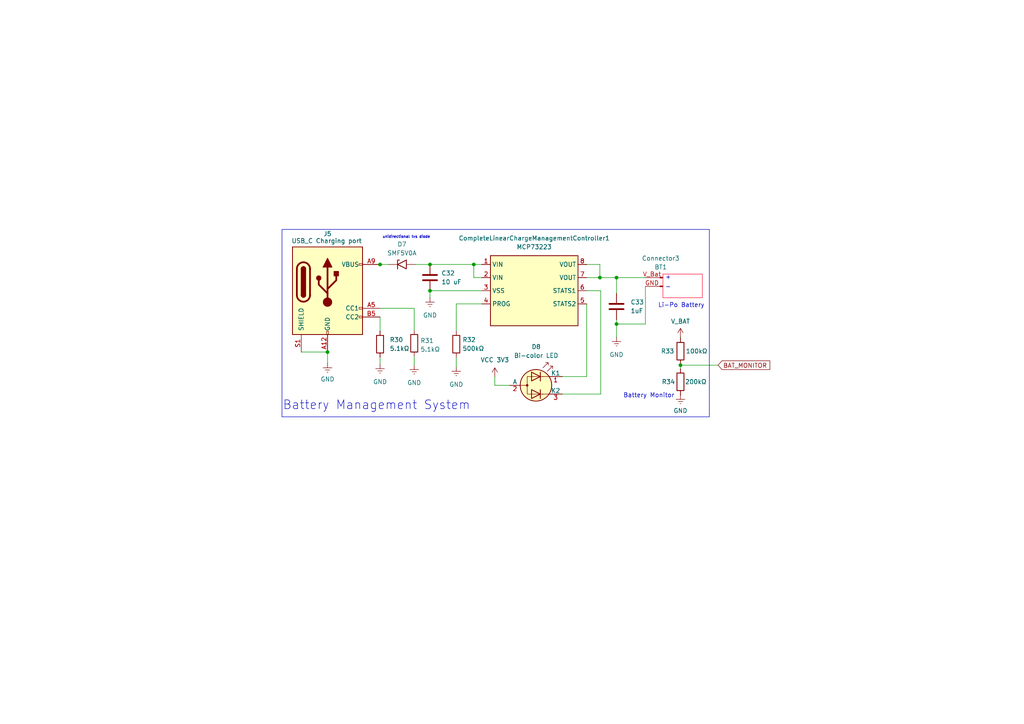
<source format=kicad_sch>
(kicad_sch (version 20250114) (generator "eeschema") (generator_version "9.0")
  (paper "A4")
  (lib_symbols
    (symbol "Battery_Management:LGS5500EP"
      (property "Reference" "CompleteLinearChargeManagementController:" (at 0 14.732 0))
      (property "Value" "MCP73223" (at 0 12.192 0))
      (symbol "LGS5500EP_1_1"
        (rectangle (start -12.7 10.16) (end 12.7 -10.16) (stroke (width 0.254)) (fill (type background)))
        (pin power_in line (at -15.24 7.62 0) (length 2.54) (name "VIN") (number "1"))
        (pin power_in line (at -15.24 3.81 0) (length 2.54) (name "VIN") (number "2"))
        (pin power_in line (at -15.24 0 0) (length 2.54) (name "VSS") (number "3"))
        (pin passive line (at -15.24 -3.81 0) (length 2.54) (name "PROG") (number "4"))
        (pin no_connect line (at -12.7 -2.54 0) (length 2.54) (hide yes) (name "NC") (number "6"))
        (pin power_out line (at 15.24 7.62 180) (length 2.54) (name "VOUT") (number "8"))
        (pin power_out line (at 15.24 3.81 180) (length 2.54) (name "VOUT") (number "7"))
        (pin output line (at 15.24 0 180) (length 2.54) (name "STATS1") (number "6"))
        (pin output line (at 15.24 -3.81 180) (length 2.54) (name "STATS2") (number "5"))
      )
    )
    (symbol "Connector:Conn_01x02_Pin" (pin_names (offset 1.016) (hide yes))
      (property "Reference" "Connector" (at 0.635 5.588 0))
      (property "Value" "BT1" (at 0.635 3.048 0))
      (symbol "Conn_01x02_Pin_1_1"
        (rectangle (start 0.8636 0.127) (end 0 -0.127) (stroke (width 0.1524)) (fill (type outline)))
        (rectangle (start 0.8636 -2.413) (end 0 -2.667) (stroke (width 0.1524)) (fill (type outline)))
        (polyline (pts (xy 1.27 0) (xy 0.8636 0)) (stroke (width 0.1524)))
        (polyline (pts (xy 1.27 -2.54) (xy 0.8636 -2.54)) (stroke (width 0.1524)))
        (pin passive line (at 5.08 0 180) (length 3.81) (name "Pin_1") (number "V_Bat"))
        (pin passive line (at 5.08 -2.54 180) (length 3.81) (name "Pin_2") (number "GND"))
      )
    )
    (symbol "Connector:USB_C_Receptacle_PowerOnly_6P" (pin_names (offset 1.016))
      (property "Reference" "J" (at 0 16.51 0))
      (property "Value" "USB_C_Receptacle_PowerOnly_6P" (at 0 13.97 0))
      (symbol "USB_C_Receptacle_PowerOnly_6P_0_0"
        (rectangle (start -0.254 -12.7) (end 0.254 -11.684))
        (rectangle (start 10.16 7.874) (end 9.144 7.366))
        (rectangle (start 10.16 -4.826) (end 9.144 -5.334))
        (rectangle (start 10.16 -7.366) (end 9.144 -7.874))
      )
      (symbol "USB_C_Receptacle_PowerOnly_6P_0_1"
        (rectangle (start -10.16 12.7) (end 10.16 -12.7) (stroke (width 0.254)) (fill (type background)))
        (polyline (pts (xy -8.89 -1.27) (xy -8.89 6.35)) (stroke (width 0.508)))
        (rectangle (start -7.62 -1.27) (end -6.35 6.35) (stroke (width 0.254)) (fill (type outline)))
        (arc (start -7.62 6.35) (mid -6.985 6.9823) (end -6.35 6.35) (stroke (width 0.254)))
        (arc (start -7.62 6.35) (mid -6.985 6.9823) (end -6.35 6.35) (stroke (width 0.254)) (fill (type outline)))
        (arc (start -8.89 6.35) (mid -6.985 8.2467) (end -5.08 6.35) (stroke (width 0.508)))
        (arc (start -5.08 -1.27) (mid -6.985 -3.1667) (end -8.89 -1.27) (stroke (width 0.508)))
        (arc (start -6.35 -1.27) (mid -6.985 -1.9023) (end -7.62 -1.27) (stroke (width 0.254)))
        (arc (start -6.35 -1.27) (mid -6.985 -1.9023) (end -7.62 -1.27) (stroke (width 0.254)) (fill (type outline)))
        (polyline (pts (xy -5.08 6.35) (xy -5.08 -1.27)) (stroke (width 0.508)))
        (circle (center -2.54 3.683) (radius 0.635) (stroke (width 0.254)) (fill (type outline)))
        (polyline (pts (xy -1.27 6.858) (xy 0 9.398) (xy 1.27 6.858) (xy -1.27 6.858)) (stroke (width 0.254)) (fill (type outline)))
        (polyline (pts (xy 0 0.508) (xy 2.54 3.048) (xy 2.54 4.318)) (stroke (width 0.508)))
        (polyline (pts (xy 0 -0.762) (xy -2.54 1.778) (xy -2.54 3.048)) (stroke (width 0.508)))
        (polyline (pts (xy 0 -3.302) (xy 0 6.858)) (stroke (width 0.508)))
        (circle (center 0 -3.302) (radius 1.27) (fill (type outline)))
        (rectangle (start 1.905 4.318) (end 3.175 5.588) (stroke (width 0.254)) (fill (type outline)))
      )
      (symbol "USB_C_Receptacle_PowerOnly_6P_1_1"
        (pin passive line (at -7.62 -17.78 90) (length 5.08) (name "SHIELD") (number "S1"))
        (pin passive line (at 0 -17.78 90) (length 5.08) (name "GND") (number "A12"))
        (pin passive line (at 0 -17.78 90) (length 5.08) (hide yes) (name "GND") (number "B12"))
        (pin passive line (at 15.24 7.62 180) (length 5.08) (name "VBUS") (number "A9"))
        (pin passive line (at 15.24 7.62 180) (length 5.08) (hide yes) (name "VBUS") (number "B9"))
        (pin bidirectional line (at 15.24 -5.08 180) (length 5.08) (name "CC1") (number "A5"))
        (pin bidirectional line (at 15.24 -7.62 180) (length 5.08) (name "CC2") (number "B5"))
      )
    )
    (symbol "Device:C" (pin_numbers (hide yes)) (pin_names (offset 0.254))
      (property "Reference" "C" (at 0.635 2.54 0))
      (property "Value" "C" (at 0.635 -2.54 0))
      (symbol "C_0_1"
        (polyline (pts (xy -2.032 0.762) (xy 2.032 0.762)) (stroke (width 0.508)))
        (polyline (pts (xy -2.032 -0.762) (xy 2.032 -0.762)) (stroke (width 0.508)))
      )
      (symbol "C_1_1"
        (pin passive line (at 0 3.81 270) (length 2.794) (name "~") (number "1"))
        (pin passive line (at 0 -3.81 90) (length 2.794) (name "~") (number "2"))
      )
    )
    (symbol "Device:LED_Dual_KAK" (pin_names (offset 0))
      (property "Reference" "D" (at 0 5.715 0))
      (property "Value" "LED_Dual_KAK" (at 0 -6.35 0))
      (symbol "LED_Dual_KAK_0_1"
        (polyline (pts (xy -4.572 0) (xy -2.54 0)))
        (circle (center -2.54 0) (radius 0.2794) (fill (type outline)))
        (polyline (pts (xy -1.27 3.81) (xy -1.27 1.27) (xy 1.27 2.54) (xy -1.27 3.81)) (stroke (width 0.254)))
        (polyline (pts (xy -1.27 -1.27) (xy -1.27 -3.81) (xy 1.27 -2.54) (xy -1.27 -1.27)) (stroke (width 0.254)))
        (circle (center 0 0) (radius 4.572) (stroke (width 0.254)) (fill (type background)))
        (polyline (pts (xy 1.27 3.81) (xy 1.27 1.27)) (stroke (width 0.254)))
        (polyline (pts (xy 1.27 -1.27) (xy 1.27 -3.81)) (stroke (width 0.254)))
        (polyline (pts (xy 2.032 5.08) (xy 3.556 6.604) (xy 2.794 6.604) (xy 3.556 6.604) (xy 3.556 5.842)))
        (polyline (pts (xy 2.032 2.54) (xy -2.54 2.54) (xy -2.54 -2.54) (xy 2.032 -2.54)))
        (polyline (pts (xy 3.302 4.064) (xy 4.826 5.588) (xy 4.064 5.588) (xy 4.826 5.588) (xy 4.826 4.826)))
        (polyline (pts (xy 3.81 2.54) (xy 1.905 2.54)))
        (polyline (pts (xy 3.81 -2.54) (xy 1.905 -2.54)))
      )
      (symbol "LED_Dual_KAK_1_1"
        (pin input line (at -7.62 0 0) (length 3.048) (name "A") (number "2"))
        (pin input line (at 7.62 2.54 180) (length 3.81) (name "K1") (number "1"))
        (pin input line (at 7.62 -2.54 180) (length 3.81) (name "K2") (number "3"))
      )
    )
    (symbol "Device:R" (pin_numbers (hide yes)) (pin_names (offset 0))
      (property "Reference" "R" (at 2.032 0 90))
      (property "Value" "R" (at 0 0 90))
      (symbol "R_0_1"
        (rectangle (start -1.016 -2.54) (end 1.016 2.54) (stroke (width 0.254)))
      )
      (symbol "R_1_1"
        (pin passive line (at 0 3.81 270) (length 1.27) (name "~") (number "1"))
        (pin passive line (at 0 -3.81 90) (length 1.27) (name "~") (number "2"))
      )
    )
    (symbol "Diode:SMF5V0A" (pin_numbers (hide yes)) (pin_names (offset 1.016) (hide yes))
      (property "Reference" "D" (at 0 2.54 0))
      (property "Value" "SMF5V0A" (at 0 -2.54 0))
      (symbol "SMF5V0A_0_1"
        (polyline (pts (xy -0.762 1.27) (xy -1.27 1.27) (xy -1.27 -1.27)) (stroke (width 0.254)))
        (polyline (pts (xy 1.27 1.27) (xy 1.27 -1.27) (xy -1.27 0) (xy 1.27 1.27)) (stroke (width 0.254)))
      )
      (symbol "SMF5V0A_1_1"
        (pin passive line (at -3.81 0 0) (length 2.54) (name "A1") (number "1"))
        (pin passive line (at 3.81 0 180) (length 2.54) (name "A2") (number "2"))
      )
    )
    (symbol "power:GNDREF" (power) (pin_numbers (hide yes)) (pin_names (offset 0) (hide yes))
      (property "Value" "GNDREF" (at 0 -3.81 0))
      (symbol "GNDREF_0_1"
        (polyline (pts (xy -0.635 -1.905) (xy 0.635 -1.905)))
        (polyline (pts (xy -0.127 -2.54) (xy 0.127 -2.54)))
        (polyline (pts (xy 0 -1.27) (xy 0 0)))
        (polyline (pts (xy 1.27 -1.27) (xy -1.27 -1.27)))
      )
      (symbol "GNDREF_1_1"
        (pin power_in line (at 0 0 270) (length 0) (name "~") (number "1"))
      )
    )
    (symbol "power:VCC" (power) (pin_numbers (hide yes)) (pin_names (offset 0) (hide yes))
      (property "Value" "VCC" (at 0 3.556 0))
      (symbol "VCC_0_1"
        (polyline (pts (xy -0.762 1.27) (xy 0 2.54)))
        (polyline (pts (xy 0 2.54) (xy 0.762 1.27)))
        (polyline (pts (xy 0 0) (xy 0 2.54)))
      )
      (symbol "VCC_1_1"
        (pin power_in line (at 0 0 90) (length 0) (name "~") (number "1"))
      )
    )
  )
  (rectangle (start 81.788 66.548) (end 205.74 120.904))
  (text "unidirectional tvs diode" (at 117.856 68.834 0) (effects (font (size 0.762 0.762))))
  (text "+" (at 193.802 80.518 0) (effects (font (size 1.27 1.27))))
  (text "Li-Po Battery\n" (at 197.612 88.646 0) (effects (font (size 1.27 1.27))))
  (text "-" (at 193.802 83.312 0) (effects (font (size 1.27 1.27))))
  (text "Battery Monitor" (at 188.214 114.808 0) (effects (font (size 1.27 1.27))))
  (text "Battery Management System" (at 109.22 117.602 0) (effects (font (size 2.54 2.54))))
  (text_box "" (at 192.278 79.502 0) (size 11.43 6.858) (margins 0.9525 0.9525 0.9525 0.9525) (stroke (width 0) (color 255 18 58 1)) (effects (font (size 1.27 1.27)) (justify left top)))
  (junction (at 178.816 80.518))
  (junction (at 137.414 76.708))
  (junction (at 173.99 80.518))
  (junction (at 124.714 76.708))
  (junction (at 94.996 102.108))
  (junction (at 110.236 76.708))
  (junction (at 197.358 105.918))
  (junction (at 178.816 93.98))
  (junction (at 124.714 84.328))
  (wire (pts (xy 132.334 88.138) (xy 132.334 96.012)))
  (wire (pts (xy 124.714 84.328) (xy 124.714 86.36)))
  (wire (pts (xy 197.358 105.918) (xy 197.358 106.934)))
  (wire (pts (xy 178.816 80.518) (xy 187.198 80.518)))
  (wire (pts (xy 110.236 91.948) (xy 110.236 96.012)))
  (wire (pts (xy 120.142 89.408) (xy 120.142 95.758)))
  (wire (pts (xy 143.51 109.22) (xy 143.51 111.76)))
  (wire (pts (xy 120.142 103.378) (xy 120.142 105.918)))
  (wire (pts (xy 109.982 76.708) (xy 110.236 76.708)))
  (wire (pts (xy 173.99 76.708) (xy 173.99 80.518)))
  (wire (pts (xy 132.334 103.632) (xy 132.334 106.426)))
  (wire (pts (xy 174.244 84.328) (xy 174.244 114.3)))
  (wire (pts (xy 187.198 83.058) (xy 187.198 93.98)))
  (wire (pts (xy 110.236 89.408) (xy 120.142 89.408)))
  (wire (pts (xy 173.99 80.518) (xy 178.816 80.518)))
  (wire (pts (xy 143.51 111.76) (xy 147.828 111.76)))
  (wire (pts (xy 137.414 80.518) (xy 137.414 76.708)))
  (wire (pts (xy 170.18 84.328) (xy 174.244 84.328)))
  (wire (pts (xy 170.18 76.708) (xy 173.99 76.708)))
  (wire (pts (xy 137.414 76.708) (xy 139.7 76.708)))
  (wire (pts (xy 178.816 92.71) (xy 178.816 93.98)))
  (wire (pts (xy 170.18 88.138) (xy 170.18 109.22)))
  (wire (pts (xy 124.714 84.328) (xy 139.7 84.328)))
  (wire (pts (xy 197.358 97.79) (xy 197.358 98.044)))
  (wire (pts (xy 124.714 76.454) (xy 124.714 76.708)))
  (wire (pts (xy 87.376 102.108) (xy 94.996 102.108)))
  (wire (pts (xy 110.236 76.708) (xy 112.776 76.708)))
  (wire (pts (xy 124.714 76.708) (xy 124.714 77.216)))
  (wire (pts (xy 208.28 105.918) (xy 197.358 105.918)))
  (wire (pts (xy 170.18 80.518) (xy 173.99 80.518)))
  (wire (pts (xy 139.7 88.138) (xy 132.334 88.138)))
  (wire (pts (xy 163.068 109.22) (xy 170.18 109.22)))
  (wire (pts (xy 163.068 114.3) (xy 174.244 114.3)))
  (wire (pts (xy 110.236 103.632) (xy 110.236 105.664)))
  (wire (pts (xy 178.816 93.98) (xy 178.816 97.79)))
  (wire (pts (xy 197.358 105.664) (xy 197.358 105.918)))
  (wire (pts (xy 94.996 102.108) (xy 94.996 105.41)))
  (wire (pts (xy 137.414 80.518) (xy 139.7 80.518)))
  (wire (pts (xy 120.396 76.708) (xy 124.714 76.708)))
  (wire (pts (xy 178.816 80.518) (xy 178.816 85.09)))
  (wire (pts (xy 187.198 93.98) (xy 178.816 93.98)))
  (wire (pts (xy 124.714 76.708) (xy 137.414 76.708)))
  (global_label "BAT_MONITOR" (shape input) (at 208.28 105.918 0) (property "Intersheetrefs" "${INTERSHEET_REFS}" (effects (hide yes))))
  (symbol (lib_id "Device:R") (at 197.358 110.744 0) (mirror y) (unit 1)
    (property "Reference" "R34" (at 195.834 110.744 0) (effects (justify left)))
    (property "Value" "200kΩ" (at 204.978 110.744 0) (effects (justify left)))
    (property "Description" "Resistor" (effects (hide yes)))
  )
  (symbol (lib_id "Device:LED_Dual_KAK") (at 155.448 111.76 0) (unit 1)
    (property "Reference" "D8" (at 155.5115 100.584 0))
    (property "Value" "Bi-color LED" (at 155.5115 103.124 0))
    (property "Description" "Dual LED, common anode on pin 2" (effects (hide yes)))
  )
  (symbol (lib_id "power:GNDREF") (at 94.996 105.41 0) (unit 1)
    (property "Reference" "#PWR099" (effects (hide yes)))
    (property "Value" "GND" (at 94.996 109.982 0))
    (property "Description" "Power symbol creates a global label with name \"GNDREF\" , reference supply ground" (effects (hide yes)))
  )
  (symbol (lib_id "power:VCC") (at 197.358 97.79 0) (mirror y) (unit 1)
    (property "Reference" "#PWR0106" (effects (hide yes)))
    (property "Value" "V_BAT" (at 197.358 93.218 0))
    (property "Description" "Power symbol creates a global label with name \"VCC\"" (effects (hide yes)))
  )
  (symbol (lib_id "power:GNDREF") (at 110.236 105.664 0) (unit 1)
    (property "Reference" "#PWR0100" (effects (hide yes)))
    (property "Value" "GND" (at 110.236 110.744 0))
    (property "Description" "Power symbol creates a global label with name \"GNDREF\" , reference supply ground" (effects (hide yes)))
  )
  (symbol (lib_id "power:GNDREF") (at 132.334 106.426 0) (unit 1)
    (property "Reference" "#PWR0103" (effects (hide yes)))
    (property "Value" "GND" (at 132.334 111.506 0))
    (property "Description" "Power symbol creates a global label with name \"GNDREF\" , reference supply ground" (effects (hide yes)))
  )
  (symbol (lib_id "Diode:SMF5V0A") (at 116.586 76.708 0) (unit 1)
    (property "Reference" "D7" (at 116.586 70.866 0))
    (property "Value" "SMF5V0A" (at 116.586 73.406 0))
    (property "Footprint" "Diode_SMD:D_SMF" (effects (hide yes)))
    (property "Datasheet" "https://www.vishay.com/doc?85881" (effects (hide yes)))
    (property "Description" "200W unidirectional Transil Transient Voltage Suppressor, 5Vrwm, SMF" (effects (hide yes)))
  )
  (symbol (lib_id "power:GNDREF") (at 197.358 114.554 0) (mirror y) (unit 1)
    (property "Reference" "#PWR0107" (effects (hide yes)))
    (property "Value" "GND" (at 197.358 119.126 0))
    (property "Description" "Power symbol creates a global label with name \"GNDREF\" , reference supply ground" (effects (hide yes)))
  )
  (symbol (lib_id "Device:R") (at 120.142 99.568 0) (unit 1)
    (property "Reference" "R31" (at 121.92 98.806 0) (effects (justify left)))
    (property "Value" "5.1kΩ" (at 121.92 101.346 0) (effects (justify left)))
    (property "Description" "Resistor" (effects (hide yes)))
  )
  (symbol (lib_id "power:GNDREF") (at 120.142 105.918 0) (unit 1)
    (property "Reference" "#PWR0101" (effects (hide yes)))
    (property "Value" "GND" (at 120.142 110.998 0))
    (property "Description" "Power symbol creates a global label with name \"GNDREF\" , reference supply ground" (effects (hide yes)))
  )
  (symbol (lib_id "Battery_Management:LGS5500EP") (at 154.94 84.328 0) (unit 1)
    (property "Reference" "CompleteLinearChargeManagementController1" (at 154.94 69.088 0))
    (property "Value" "MCP73223" (at 154.94 71.628 0))
    (property "Footprint" "Package_SO:SOIC-8-1EP_3.9x4.9mm_P1.27mm_EP2.41x3.3mm" (effects (hide yes)))
    (property "Datasheet" "https://www.lcsc.com/datasheet/lcsc_datasheet_2304071430_Legend-Si-LGS5500EP_C5280699.pdf" (effects (hide yes)))
    (property "Description" "LiPo charger and 5V boost converter, 4.5-5.5V input, 4.2-4.4V battery, 400-1000mA charge current, 800mA boost output, SOIC-8-1EP" (effects (hide yes)))
  )
  (symbol (lib_id "Device:R") (at 132.334 99.822 0) (unit 1)
    (property "Reference" "R32" (at 134.112 98.5519 0) (effects (justify left)))
    (property "Value" "500kΩ" (at 134.112 101.0919 0) (effects (justify left)))
    (property "Description" "Resistor" (effects (hide yes)))
  )
  (symbol (lib_id "Device:R") (at 110.236 99.822 0) (unit 1)
    (property "Reference" "R30" (at 113.03 98.5519 0) (effects (justify left)))
    (property "Value" "5.1kΩ" (at 113.03 101.0919 0) (effects (justify left)))
    (property "Description" "Resistor" (effects (hide yes)))
  )
  (symbol (lib_id "power:GNDREF") (at 124.714 86.36 0) (unit 1)
    (property "Reference" "#PWR0102" (effects (hide yes)))
    (property "Value" "GND" (at 124.714 91.44 0))
    (property "Description" "Power symbol creates a global label with name \"GNDREF\" , reference supply ground" (effects (hide yes)))
  )
  (symbol (lib_id "Device:C") (at 178.816 88.9 0) (unit 1)
    (property "Reference" "C33" (at 182.88 87.6299 0) (effects (justify left)))
    (property "Value" "1uF" (at 182.88 90.1699 0) (effects (justify left)))
    (property "Description" "Unpolarized capacitor" (effects (hide yes)))
  )
  (symbol (lib_id "power:VCC") (at 143.51 109.22 0) (unit 1)
    (property "Reference" "#PWR0104" (effects (hide yes)))
    (property "Value" "VCC 3V3" (at 143.51 104.394 0))
    (property "Description" "Power symbol creates a global label with name \"VCC\"" (effects (hide yes)))
  )
  (symbol (lib_id "Connector:USB_C_Receptacle_PowerOnly_6P") (at 94.996 84.328 0) (unit 1)
    (property "Reference" "J5" (at 94.996 67.818 0))
    (property "Value" "USB_C Charging port" (at 94.742 69.85 0))
    (property "Datasheet" "https://www.usb.org/sites/default/files/documents/usb_type-c.zip" (effects (hide yes)))
    (property "Description" "USB Power-Only 6P Type-C Receptacle connector" (effects (hide yes)))
  )
  (symbol (lib_id "power:GNDREF") (at 178.816 97.79 0) (unit 1)
    (property "Reference" "#PWR0105" (effects (hide yes)))
    (property "Value" "GND" (at 178.816 102.87 0))
    (property "Description" "Power symbol creates a global label with name \"GNDREF\" , reference supply ground" (effects (hide yes)))
  )
  (symbol (lib_id "Device:R") (at 197.358 101.854 0) (mirror y) (unit 1)
    (property "Reference" "R33" (at 195.58 101.854 0) (effects (justify left)))
    (property "Value" "100kΩ" (at 205.232 101.854 0) (effects (justify left)))
    (property "Description" "Resistor" (effects (hide yes)))
  )
  (symbol (lib_id "Device:C") (at 124.714 80.518 0) (unit 1)
    (property "Reference" "C32" (at 128.016 79.2479 0) (effects (justify left)))
    (property "Value" "10 uF" (at 128.016 81.7879 0) (effects (justify left)))
    (property "Description" "Unpolarized capacitor" (effects (hide yes)))
  )
  (symbol (lib_id "Connector:Conn_01x02_Pin") (at 192.278 80.518 0) (mirror y) (unit 1)
    (property "Reference" "Connector3" (at 191.643 74.93 0))
    (property "Value" "BT1" (at 191.643 77.47 0))
    (property "Description" "Generic connector, single row, 01x02, script generated" (effects (hide yes)))
  )
)
</source>
